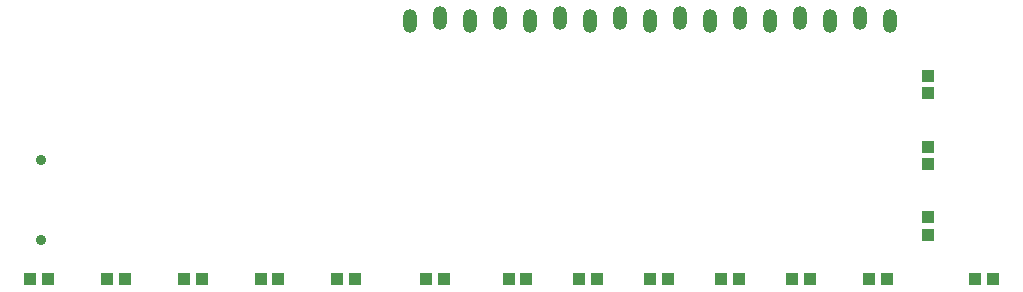
<source format=gbr>
%TF.GenerationSoftware,KiCad,Pcbnew,(5.99.0-10155-gdd944794ea)*%
%TF.CreationDate,2021-04-17T22:56:49+01:00*%
%TF.ProjectId,minor-cap,6d696e6f-722d-4636-9170-2e6b69636164,rev?*%
%TF.SameCoordinates,Original*%
%TF.FileFunction,Soldermask,Bot*%
%TF.FilePolarity,Negative*%
%FSLAX46Y46*%
G04 Gerber Fmt 4.6, Leading zero omitted, Abs format (unit mm)*
G04 Created by KiCad (PCBNEW (5.99.0-10155-gdd944794ea)) date 2021-04-17 22:56:49*
%MOMM*%
%LPD*%
G01*
G04 APERTURE LIST*
%ADD10R,1.000000X1.000000*%
%ADD11O,1.200000X2.000000*%
%ADD12C,0.900000*%
G04 APERTURE END LIST*
D10*
%TO.C,U2*%
X166450000Y-109320000D03*
X114450000Y-109320000D03*
X154450000Y-109320000D03*
X141450000Y-109320000D03*
X178950000Y-109320000D03*
X127450000Y-109320000D03*
X160450000Y-109320000D03*
X120950000Y-109320000D03*
X187950000Y-109320000D03*
X133950000Y-109320000D03*
X148450000Y-109320000D03*
X107950000Y-109320000D03*
X172450000Y-109320000D03*
X186450000Y-109320000D03*
X177450000Y-109320000D03*
X170950000Y-109320000D03*
X164950000Y-109320000D03*
X158950000Y-109320000D03*
X146950000Y-109320000D03*
X152950000Y-109320000D03*
X139950000Y-109320000D03*
X132450000Y-109320000D03*
X119450000Y-109320000D03*
X125950000Y-109320000D03*
X106450000Y-109320000D03*
X112950000Y-109320000D03*
%TD*%
D11*
%TO.C,J1*%
X179270000Y-87450000D03*
X176730000Y-87250000D03*
X174190000Y-87450000D03*
X171650000Y-87250000D03*
X169110000Y-87450000D03*
X166570000Y-87250000D03*
X164030000Y-87450000D03*
X161490000Y-87250000D03*
X158950000Y-87450000D03*
X156410000Y-87250000D03*
X153870000Y-87450000D03*
X151330000Y-87250000D03*
X148790000Y-87450000D03*
X146250000Y-87250000D03*
X143710000Y-87450000D03*
X141170000Y-87250000D03*
X138630000Y-87450000D03*
%TD*%
D10*
%TO.C,U3*%
X182450000Y-93600000D03*
X182450000Y-105600000D03*
X182450000Y-99600000D03*
X182450000Y-104100000D03*
X182450000Y-98100000D03*
X182450000Y-92100000D03*
%TD*%
D12*
%TO.C,SW1*%
X107350000Y-106000000D03*
X107350000Y-99200000D03*
%TD*%
M02*

</source>
